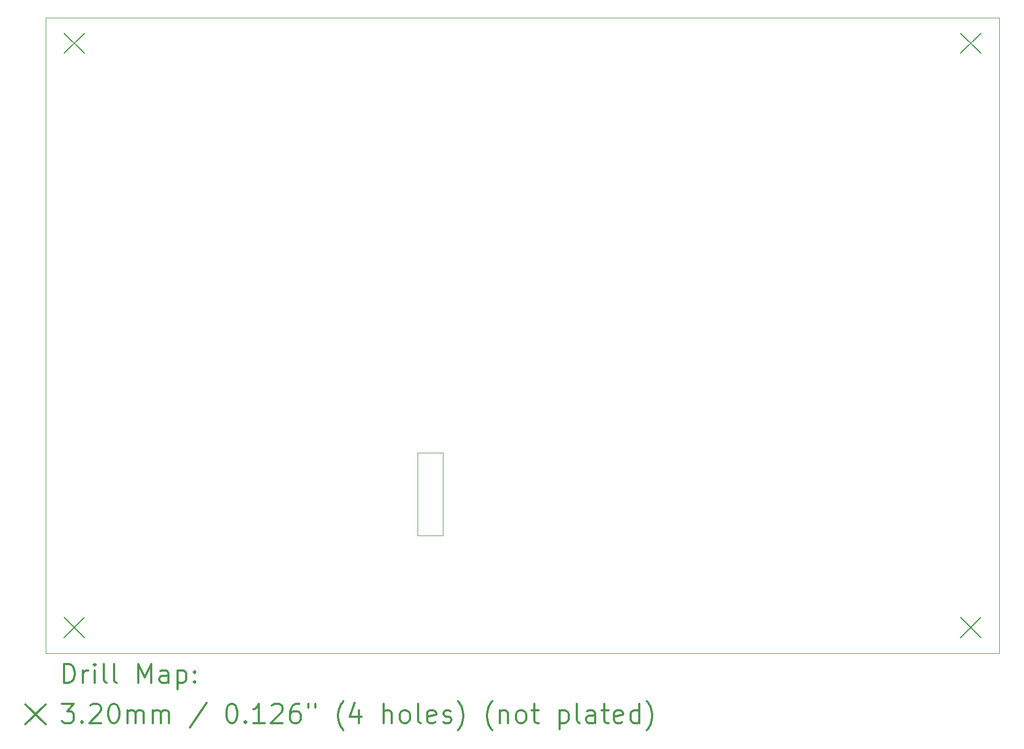
<source format=gbr>
%FSLAX45Y45*%
G04 Gerber Fmt 4.5, Leading zero omitted, Abs format (unit mm)*
G04 Created by KiCad (PCBNEW (5.1.2)-2) date 2021-06-28 19:19:29*
%MOMM*%
%LPD*%
G04 APERTURE LIST*
%ADD10C,0.100000*%
%ADD11C,0.200000*%
%ADD12C,0.300000*%
G04 APERTURE END LIST*
D10*
X10400000Y-16100000D02*
X10400000Y-14800000D01*
X10800000Y-16100000D02*
X10400000Y-16100000D01*
X10800000Y-14800000D02*
X10800000Y-16100000D01*
X10400000Y-14800000D02*
X10800000Y-14800000D01*
X4552450Y-7950850D02*
X4552450Y-17950850D01*
X19552450Y-7950850D02*
X4552450Y-7950850D01*
X19552450Y-17950850D02*
X19552450Y-7950850D01*
X4552450Y-17950850D02*
X19552450Y-17950850D01*
D11*
X4840000Y-8190000D02*
X5160000Y-8510000D01*
X5160000Y-8190000D02*
X4840000Y-8510000D01*
X4840000Y-17390000D02*
X5160000Y-17710000D01*
X5160000Y-17390000D02*
X4840000Y-17710000D01*
X18940000Y-8190000D02*
X19260000Y-8510000D01*
X19260000Y-8190000D02*
X18940000Y-8510000D01*
X18940000Y-17390000D02*
X19260000Y-17710000D01*
X19260000Y-17390000D02*
X18940000Y-17710000D01*
D12*
X4833878Y-18421564D02*
X4833878Y-18121564D01*
X4905307Y-18121564D01*
X4948164Y-18135850D01*
X4976736Y-18164422D01*
X4991021Y-18192993D01*
X5005307Y-18250136D01*
X5005307Y-18292993D01*
X4991021Y-18350136D01*
X4976736Y-18378707D01*
X4948164Y-18407279D01*
X4905307Y-18421564D01*
X4833878Y-18421564D01*
X5133878Y-18421564D02*
X5133878Y-18221564D01*
X5133878Y-18278707D02*
X5148164Y-18250136D01*
X5162450Y-18235850D01*
X5191021Y-18221564D01*
X5219593Y-18221564D01*
X5319593Y-18421564D02*
X5319593Y-18221564D01*
X5319593Y-18121564D02*
X5305307Y-18135850D01*
X5319593Y-18150136D01*
X5333878Y-18135850D01*
X5319593Y-18121564D01*
X5319593Y-18150136D01*
X5505307Y-18421564D02*
X5476736Y-18407279D01*
X5462450Y-18378707D01*
X5462450Y-18121564D01*
X5662450Y-18421564D02*
X5633878Y-18407279D01*
X5619593Y-18378707D01*
X5619593Y-18121564D01*
X6005307Y-18421564D02*
X6005307Y-18121564D01*
X6105307Y-18335850D01*
X6205307Y-18121564D01*
X6205307Y-18421564D01*
X6476736Y-18421564D02*
X6476736Y-18264422D01*
X6462450Y-18235850D01*
X6433878Y-18221564D01*
X6376736Y-18221564D01*
X6348164Y-18235850D01*
X6476736Y-18407279D02*
X6448164Y-18421564D01*
X6376736Y-18421564D01*
X6348164Y-18407279D01*
X6333878Y-18378707D01*
X6333878Y-18350136D01*
X6348164Y-18321564D01*
X6376736Y-18307279D01*
X6448164Y-18307279D01*
X6476736Y-18292993D01*
X6619593Y-18221564D02*
X6619593Y-18521564D01*
X6619593Y-18235850D02*
X6648164Y-18221564D01*
X6705307Y-18221564D01*
X6733878Y-18235850D01*
X6748164Y-18250136D01*
X6762450Y-18278707D01*
X6762450Y-18364422D01*
X6748164Y-18392993D01*
X6733878Y-18407279D01*
X6705307Y-18421564D01*
X6648164Y-18421564D01*
X6619593Y-18407279D01*
X6891021Y-18392993D02*
X6905307Y-18407279D01*
X6891021Y-18421564D01*
X6876736Y-18407279D01*
X6891021Y-18392993D01*
X6891021Y-18421564D01*
X6891021Y-18235850D02*
X6905307Y-18250136D01*
X6891021Y-18264422D01*
X6876736Y-18250136D01*
X6891021Y-18235850D01*
X6891021Y-18264422D01*
X4227450Y-18755850D02*
X4547450Y-19075850D01*
X4547450Y-18755850D02*
X4227450Y-19075850D01*
X4805307Y-18751564D02*
X4991021Y-18751564D01*
X4891021Y-18865850D01*
X4933878Y-18865850D01*
X4962450Y-18880136D01*
X4976736Y-18894422D01*
X4991021Y-18922993D01*
X4991021Y-18994422D01*
X4976736Y-19022993D01*
X4962450Y-19037279D01*
X4933878Y-19051564D01*
X4848164Y-19051564D01*
X4819593Y-19037279D01*
X4805307Y-19022993D01*
X5119593Y-19022993D02*
X5133878Y-19037279D01*
X5119593Y-19051564D01*
X5105307Y-19037279D01*
X5119593Y-19022993D01*
X5119593Y-19051564D01*
X5248164Y-18780136D02*
X5262450Y-18765850D01*
X5291021Y-18751564D01*
X5362450Y-18751564D01*
X5391021Y-18765850D01*
X5405307Y-18780136D01*
X5419593Y-18808707D01*
X5419593Y-18837279D01*
X5405307Y-18880136D01*
X5233878Y-19051564D01*
X5419593Y-19051564D01*
X5605307Y-18751564D02*
X5633878Y-18751564D01*
X5662450Y-18765850D01*
X5676736Y-18780136D01*
X5691021Y-18808707D01*
X5705307Y-18865850D01*
X5705307Y-18937279D01*
X5691021Y-18994422D01*
X5676736Y-19022993D01*
X5662450Y-19037279D01*
X5633878Y-19051564D01*
X5605307Y-19051564D01*
X5576736Y-19037279D01*
X5562450Y-19022993D01*
X5548164Y-18994422D01*
X5533878Y-18937279D01*
X5533878Y-18865850D01*
X5548164Y-18808707D01*
X5562450Y-18780136D01*
X5576736Y-18765850D01*
X5605307Y-18751564D01*
X5833878Y-19051564D02*
X5833878Y-18851564D01*
X5833878Y-18880136D02*
X5848164Y-18865850D01*
X5876736Y-18851564D01*
X5919593Y-18851564D01*
X5948164Y-18865850D01*
X5962450Y-18894422D01*
X5962450Y-19051564D01*
X5962450Y-18894422D02*
X5976736Y-18865850D01*
X6005307Y-18851564D01*
X6048164Y-18851564D01*
X6076736Y-18865850D01*
X6091021Y-18894422D01*
X6091021Y-19051564D01*
X6233878Y-19051564D02*
X6233878Y-18851564D01*
X6233878Y-18880136D02*
X6248164Y-18865850D01*
X6276736Y-18851564D01*
X6319593Y-18851564D01*
X6348164Y-18865850D01*
X6362450Y-18894422D01*
X6362450Y-19051564D01*
X6362450Y-18894422D02*
X6376736Y-18865850D01*
X6405307Y-18851564D01*
X6448164Y-18851564D01*
X6476736Y-18865850D01*
X6491021Y-18894422D01*
X6491021Y-19051564D01*
X7076736Y-18737279D02*
X6819593Y-19122993D01*
X7462450Y-18751564D02*
X7491021Y-18751564D01*
X7519593Y-18765850D01*
X7533878Y-18780136D01*
X7548164Y-18808707D01*
X7562450Y-18865850D01*
X7562450Y-18937279D01*
X7548164Y-18994422D01*
X7533878Y-19022993D01*
X7519593Y-19037279D01*
X7491021Y-19051564D01*
X7462450Y-19051564D01*
X7433878Y-19037279D01*
X7419593Y-19022993D01*
X7405307Y-18994422D01*
X7391021Y-18937279D01*
X7391021Y-18865850D01*
X7405307Y-18808707D01*
X7419593Y-18780136D01*
X7433878Y-18765850D01*
X7462450Y-18751564D01*
X7691021Y-19022993D02*
X7705307Y-19037279D01*
X7691021Y-19051564D01*
X7676736Y-19037279D01*
X7691021Y-19022993D01*
X7691021Y-19051564D01*
X7991021Y-19051564D02*
X7819593Y-19051564D01*
X7905307Y-19051564D02*
X7905307Y-18751564D01*
X7876736Y-18794422D01*
X7848164Y-18822993D01*
X7819593Y-18837279D01*
X8105307Y-18780136D02*
X8119593Y-18765850D01*
X8148164Y-18751564D01*
X8219593Y-18751564D01*
X8248164Y-18765850D01*
X8262450Y-18780136D01*
X8276736Y-18808707D01*
X8276736Y-18837279D01*
X8262450Y-18880136D01*
X8091021Y-19051564D01*
X8276736Y-19051564D01*
X8533878Y-18751564D02*
X8476736Y-18751564D01*
X8448164Y-18765850D01*
X8433878Y-18780136D01*
X8405307Y-18822993D01*
X8391021Y-18880136D01*
X8391021Y-18994422D01*
X8405307Y-19022993D01*
X8419593Y-19037279D01*
X8448164Y-19051564D01*
X8505307Y-19051564D01*
X8533878Y-19037279D01*
X8548164Y-19022993D01*
X8562450Y-18994422D01*
X8562450Y-18922993D01*
X8548164Y-18894422D01*
X8533878Y-18880136D01*
X8505307Y-18865850D01*
X8448164Y-18865850D01*
X8419593Y-18880136D01*
X8405307Y-18894422D01*
X8391021Y-18922993D01*
X8676736Y-18751564D02*
X8676736Y-18808707D01*
X8791021Y-18751564D02*
X8791021Y-18808707D01*
X9233878Y-19165850D02*
X9219593Y-19151564D01*
X9191021Y-19108707D01*
X9176736Y-19080136D01*
X9162450Y-19037279D01*
X9148164Y-18965850D01*
X9148164Y-18908707D01*
X9162450Y-18837279D01*
X9176736Y-18794422D01*
X9191021Y-18765850D01*
X9219593Y-18722993D01*
X9233878Y-18708707D01*
X9476736Y-18851564D02*
X9476736Y-19051564D01*
X9405307Y-18737279D02*
X9333878Y-18951564D01*
X9519593Y-18951564D01*
X9862450Y-19051564D02*
X9862450Y-18751564D01*
X9991021Y-19051564D02*
X9991021Y-18894422D01*
X9976736Y-18865850D01*
X9948164Y-18851564D01*
X9905307Y-18851564D01*
X9876736Y-18865850D01*
X9862450Y-18880136D01*
X10176736Y-19051564D02*
X10148164Y-19037279D01*
X10133878Y-19022993D01*
X10119593Y-18994422D01*
X10119593Y-18908707D01*
X10133878Y-18880136D01*
X10148164Y-18865850D01*
X10176736Y-18851564D01*
X10219593Y-18851564D01*
X10248164Y-18865850D01*
X10262450Y-18880136D01*
X10276736Y-18908707D01*
X10276736Y-18994422D01*
X10262450Y-19022993D01*
X10248164Y-19037279D01*
X10219593Y-19051564D01*
X10176736Y-19051564D01*
X10448164Y-19051564D02*
X10419593Y-19037279D01*
X10405307Y-19008707D01*
X10405307Y-18751564D01*
X10676736Y-19037279D02*
X10648164Y-19051564D01*
X10591021Y-19051564D01*
X10562450Y-19037279D01*
X10548164Y-19008707D01*
X10548164Y-18894422D01*
X10562450Y-18865850D01*
X10591021Y-18851564D01*
X10648164Y-18851564D01*
X10676736Y-18865850D01*
X10691021Y-18894422D01*
X10691021Y-18922993D01*
X10548164Y-18951564D01*
X10805307Y-19037279D02*
X10833878Y-19051564D01*
X10891021Y-19051564D01*
X10919593Y-19037279D01*
X10933878Y-19008707D01*
X10933878Y-18994422D01*
X10919593Y-18965850D01*
X10891021Y-18951564D01*
X10848164Y-18951564D01*
X10819593Y-18937279D01*
X10805307Y-18908707D01*
X10805307Y-18894422D01*
X10819593Y-18865850D01*
X10848164Y-18851564D01*
X10891021Y-18851564D01*
X10919593Y-18865850D01*
X11033878Y-19165850D02*
X11048164Y-19151564D01*
X11076736Y-19108707D01*
X11091021Y-19080136D01*
X11105307Y-19037279D01*
X11119593Y-18965850D01*
X11119593Y-18908707D01*
X11105307Y-18837279D01*
X11091021Y-18794422D01*
X11076736Y-18765850D01*
X11048164Y-18722993D01*
X11033878Y-18708707D01*
X11576736Y-19165850D02*
X11562450Y-19151564D01*
X11533878Y-19108707D01*
X11519593Y-19080136D01*
X11505307Y-19037279D01*
X11491021Y-18965850D01*
X11491021Y-18908707D01*
X11505307Y-18837279D01*
X11519593Y-18794422D01*
X11533878Y-18765850D01*
X11562450Y-18722993D01*
X11576736Y-18708707D01*
X11691021Y-18851564D02*
X11691021Y-19051564D01*
X11691021Y-18880136D02*
X11705307Y-18865850D01*
X11733878Y-18851564D01*
X11776736Y-18851564D01*
X11805307Y-18865850D01*
X11819593Y-18894422D01*
X11819593Y-19051564D01*
X12005307Y-19051564D02*
X11976736Y-19037279D01*
X11962450Y-19022993D01*
X11948164Y-18994422D01*
X11948164Y-18908707D01*
X11962450Y-18880136D01*
X11976736Y-18865850D01*
X12005307Y-18851564D01*
X12048164Y-18851564D01*
X12076736Y-18865850D01*
X12091021Y-18880136D01*
X12105307Y-18908707D01*
X12105307Y-18994422D01*
X12091021Y-19022993D01*
X12076736Y-19037279D01*
X12048164Y-19051564D01*
X12005307Y-19051564D01*
X12191021Y-18851564D02*
X12305307Y-18851564D01*
X12233878Y-18751564D02*
X12233878Y-19008707D01*
X12248164Y-19037279D01*
X12276736Y-19051564D01*
X12305307Y-19051564D01*
X12633878Y-18851564D02*
X12633878Y-19151564D01*
X12633878Y-18865850D02*
X12662450Y-18851564D01*
X12719593Y-18851564D01*
X12748164Y-18865850D01*
X12762450Y-18880136D01*
X12776736Y-18908707D01*
X12776736Y-18994422D01*
X12762450Y-19022993D01*
X12748164Y-19037279D01*
X12719593Y-19051564D01*
X12662450Y-19051564D01*
X12633878Y-19037279D01*
X12948164Y-19051564D02*
X12919593Y-19037279D01*
X12905307Y-19008707D01*
X12905307Y-18751564D01*
X13191021Y-19051564D02*
X13191021Y-18894422D01*
X13176736Y-18865850D01*
X13148164Y-18851564D01*
X13091021Y-18851564D01*
X13062450Y-18865850D01*
X13191021Y-19037279D02*
X13162450Y-19051564D01*
X13091021Y-19051564D01*
X13062450Y-19037279D01*
X13048164Y-19008707D01*
X13048164Y-18980136D01*
X13062450Y-18951564D01*
X13091021Y-18937279D01*
X13162450Y-18937279D01*
X13191021Y-18922993D01*
X13291021Y-18851564D02*
X13405307Y-18851564D01*
X13333878Y-18751564D02*
X13333878Y-19008707D01*
X13348164Y-19037279D01*
X13376736Y-19051564D01*
X13405307Y-19051564D01*
X13619593Y-19037279D02*
X13591021Y-19051564D01*
X13533878Y-19051564D01*
X13505307Y-19037279D01*
X13491021Y-19008707D01*
X13491021Y-18894422D01*
X13505307Y-18865850D01*
X13533878Y-18851564D01*
X13591021Y-18851564D01*
X13619593Y-18865850D01*
X13633878Y-18894422D01*
X13633878Y-18922993D01*
X13491021Y-18951564D01*
X13891021Y-19051564D02*
X13891021Y-18751564D01*
X13891021Y-19037279D02*
X13862450Y-19051564D01*
X13805307Y-19051564D01*
X13776736Y-19037279D01*
X13762450Y-19022993D01*
X13748164Y-18994422D01*
X13748164Y-18908707D01*
X13762450Y-18880136D01*
X13776736Y-18865850D01*
X13805307Y-18851564D01*
X13862450Y-18851564D01*
X13891021Y-18865850D01*
X14005307Y-19165850D02*
X14019593Y-19151564D01*
X14048164Y-19108707D01*
X14062450Y-19080136D01*
X14076736Y-19037279D01*
X14091021Y-18965850D01*
X14091021Y-18908707D01*
X14076736Y-18837279D01*
X14062450Y-18794422D01*
X14048164Y-18765850D01*
X14019593Y-18722993D01*
X14005307Y-18708707D01*
M02*

</source>
